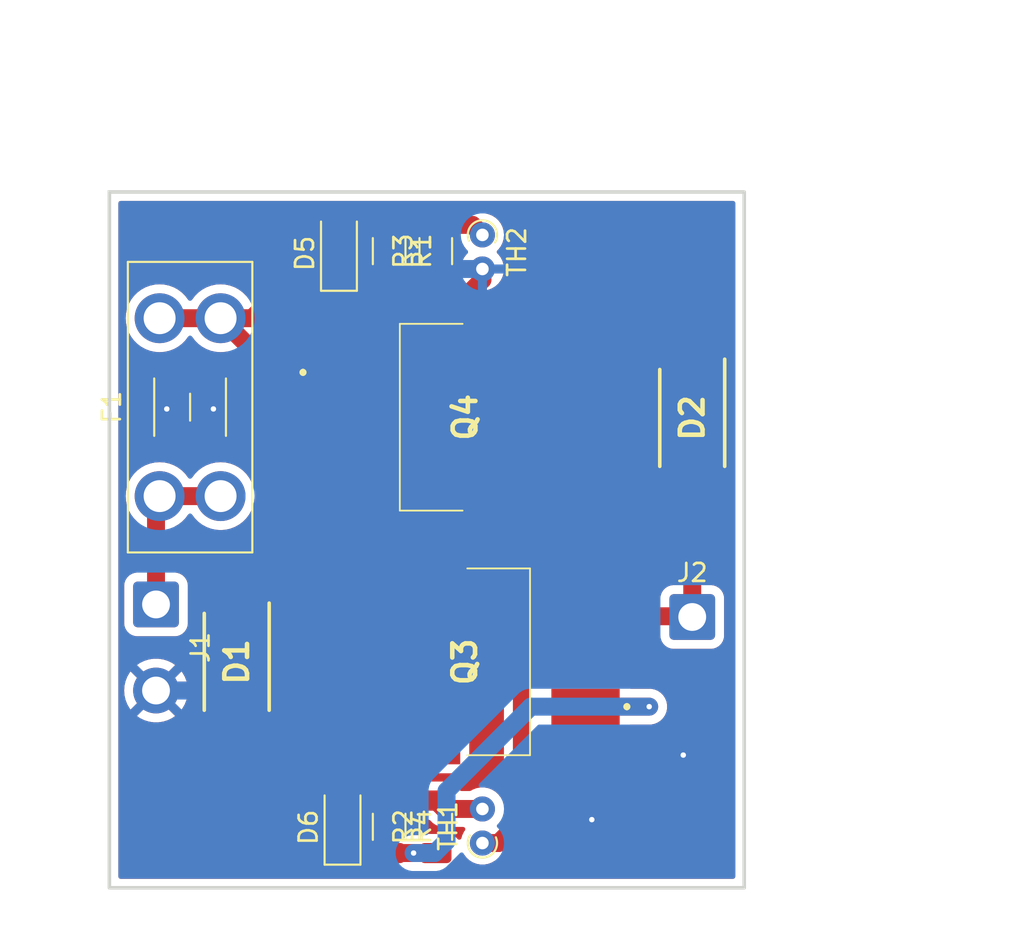
<source format=kicad_pcb>
(kicad_pcb (version 20240108) (generator "pcbnew") (generator_version "8.0")
  (title_block (date "2024-05-03") (rev "V1.0") (comment 1 "Author: Emiel V"))
  (layers (0 "F.Cu" signal) (31 "B.Cu" signal) (34 "B.Paste" user) (35 "F.Paste" user) (36 "B.SilkS" user "B.Silkscreen") (37 "F.SilkS" user "F.Silkscreen") (38 "B.Mask" user) (39 "F.Mask" user) (44 "Edge.Cuts" user))
  (net 0 "")
  (net 1 "6VAC")
  (net 2 "Net-(D2-K)")
  (net 3 "Earth")
  (net 4 "Net-(D5-A)")
  (net 5 "Net-(D6-A)")
  (net 6 "Net-(J1-Pin_1)")
  (net 7 "Net-(Q3-Pad1)")
  (net 8 "Net-(Q4-Pad1)")
  (net 9 "Net-(R2-Pad2)")
  (net 10 "Net-(R3-Pad2)")
  (net 11 "Net-(D1-K)")
  (footprint "Resistor_SMD:R_1206_3216Metric" (layer "F.Cu") (at 119 85.9 -90)
    (property "Reference" "R1" (at 0 -1.82 90) (layer "F.SilkS"))
    (property "Value" "120")
    (fp_line (start -0.727064 0.91) (end 0.727064 0.91) (stroke (width 0.12)) (layer "F.SilkS"))
    (fp_line (start -0.727064 -0.91) (end 0.727064 -0.91) (stroke (width 0.12)) (layer "F.SilkS"))
    (pad "1" smd roundrect (at -1.4625 0 270) (size 1.125 1.75) (layers "F.Cu" "F.Paste" "F.Mask") (roundrect_rratio 0.222222) (net 4 "Net-(D5-A)"))
    (pad "2" smd roundrect (at 1.4625 0 270) (size 1.125 1.75) (layers "F.Cu" "F.Paste" "F.Mask") (roundrect_rratio 0.222222) (net 8 "Net-(Q4-Pad1)"))
  )
  (footprint "Resistor_SMD:R_1206_3216Metric" (layer "F.Cu") (at 121.6 85.9 90)
    (property "Reference" "R3" (at 0 -1.82 -90) (layer "F.SilkS"))
    (property "Value" "1K")
    (fp_line (start -0.727064 -0.91) (end 0.727064 -0.91) (stroke (width 0.12)) (layer "F.SilkS"))
    (fp_line (start -0.727064 0.91) (end 0.727064 0.91) (stroke (width 0.12)) (layer "F.SilkS"))
    (pad "1" smd roundrect (at -1.4625 0 90) (size 1.125 1.75) (layers "F.Cu" "F.Paste" "F.Mask") (roundrect_rratio 0.222222) (net 8 "Net-(Q4-Pad1)"))
    (pad "2" smd roundrect (at 1.4625 0 90) (size 1.125 1.75) (layers "F.Cu" "F.Paste" "F.Mask") (roundrect_rratio 0.222222) (net 10 "Net-(R3-Pad2)"))
  )
  (footprint "Resistor_THT:R_Axial_DIN0204_L3.6mm_D1.6mm_P1.90mm_Vertical" (layer "F.Cu") (at 124.2 84.995 -90)
    (property "Reference" "TH2" (at 0.95 -1.92 90) (layer "F.SilkS"))
    (property "Value" "NC20KC0470KBA ")
    (fp_arc (start 0.320095 0.749359) (mid -0.813042 -0.054435) (end 0.417133 -0.7) (stroke (width 0.12)) (layer "F.SilkS"))
    (pad "1" thru_hole circle (at 0 0 270) (size 1.4 1.4) (drill 0.7) (layers "*.Cu" "*.Mask") (net 10 "Net-(R3-Pad2)"))
    (pad "2" thru_hole oval (at 1.9 0 270) (size 1.4 1.4) (drill 0.7) (layers "*.Cu" "*.Mask") (net 3 "Earth"))
  )
  (footprint "Connector_Wire:SolderWire-0.75sqmm_1x01_D1.25mm_OD2.3mm" (layer "F.Cu") (at 135.9 106.3)
    (property "Reference" "J2" (at 0 -2.47 0) (layer "F.SilkS"))
    (property "Value" "Conn_01x01_Socket")
    (pad "1" thru_hole roundrect (at 0 0) (size 2.55 2.55) (drill 1.55) (layers "*.Cu" "*.Mask") (roundrect_rratio 0.098039) (net 1 "6VAC"))
  )
  (footprint "SamacSys:IRF2804STRLPBF" (layer "F.Cu") (at 121.25 95.16 -90)
    (property "Reference" "Q4" (at 0 -1.985 -90) (layer "F.SilkS") (effects (font (size 1.27 1.27) (thickness 0.254))))
    (property "Value" "IRLZ44NSTRLPBF" (hide yes))
    (fp_line (start -2.6 7.055) (end -2.6 7.055) (stroke (width 0.2)) (layer "F.SilkS"))
    (fp_line (start -2.4 7.055) (end -2.4 7.055) (stroke (width 0.2)) (layer "F.SilkS"))
    (fp_line (start -5.207 1.655) (end 5.207 1.655) (stroke (width 0.1)) (layer "F.SilkS"))
    (fp_line (start 5.207 1.655) (end 5.207 -1.845) (stroke (width 0.1)) (layer "F.SilkS"))
    (fp_line (start -5.207 -1.845) (end -5.207 1.655) (stroke (width 0.1)) (layer "F.SilkS"))
    (fp_arc (start -2.6 7.055) (mid -2.5 6.955) (end -2.4 7.055) (stroke (width 0.2)) (layer "F.SilkS"))
    (fp_arc (start -2.4 7.055) (mid -2.5 7.155) (end -2.6 7.055) (stroke (width 0.2)) (layer "F.SilkS"))
    (pad "1" smd rect (at -2.54 4.75 270) (size 2.08 3.81) (layers "F.Cu" "F.Paste" "F.Mask") (net 8 "Net-(Q4-Pad1)"))
    (pad "2" smd rect (at 0 -6.68) (size 8.89 11.43) (layers "F.Cu" "F.Paste" "F.Mask") (net 2 "Net-(D2-K)"))
    (pad "3" smd rect (at 2.54 4.75 270) (size 2.08 3.81) (layers "F.Cu" "F.Paste" "F.Mask") (net 3 "Earth"))
  )
  (footprint "Resistor_SMD:R_1206_3216Metric" (layer "F.Cu") (at 121.6 118 90)
    (property "Reference" "R2" (at 0 -1.82 -90) (layer "F.SilkS"))
    (property "Value" "1K")
    (fp_line (start -0.727064 -0.91) (end 0.727064 -0.91) (stroke (width 0.12)) (layer "F.SilkS"))
    (fp_line (start -0.727064 0.91) (end 0.727064 0.91) (stroke (width 0.12)) (layer "F.SilkS"))
    (pad "1" smd roundrect (at -1.4625 0 90) (size 1.125 1.75) (layers "F.Cu" "F.Paste" "F.Mask") (roundrect_rratio 0.222222) (net 7 "Net-(Q3-Pad1)"))
    (pad "2" smd roundrect (at 1.4625 0 90) (size 1.125 1.75) (layers "F.Cu" "F.Paste" "F.Mask") (roundrect_rratio 0.222222) (net 9 "Net-(R2-Pad2)"))
  )
  (footprint "Connector_Wire:SolderWire-0.75sqmm_1x02_P4.8mm_D1.25mm_OD2.3mm" (layer "F.Cu") (at 106 105.6 -90)
    (property "Reference" "J1" (at 2.4 -2.47 90) (layer "F.SilkS"))
    (property "Value" "Conn_01x02_Socket")
    (pad "1" thru_hole roundrect (at 0 0 270) (size 2.55 2.55) (drill 1.55) (layers "*.Cu" "*.Mask") (roundrect_rratio 0.098039) (net 6 "Net-(J1-Pin_1)"))
    (pad "2" thru_hole circle (at 4.8 0 270) (size 2.55 2.55) (drill 1.55) (layers "*.Cu" "*.Mask") (net 3 "Earth"))
  )
  (footprint "SamacSys:DIOM5436X244N" (layer "F.Cu") (at 135.9 95.2 -90)
    (property "Reference" "D2" (at 0 0 -90) (layer "F.SilkS") (effects (font (size 1.27 1.27) (thickness 0.254))))
    (property "Value" "VS-3EGH06-M3_5BT" (hide yes))
    (fp_line (start -2.7 1.81) (end 2.7 1.81) (stroke (width 0.2)) (layer "F.SilkS"))
    (fp_line (start 2.7 -1.81) (end -3.275 -1.81) (stroke (width 0.2)) (layer "F.SilkS"))
    (pad "1" smd rect (at -2.2 0) (size 2.15 2.2) (layers "F.Cu" "F.Paste" "F.Mask") (net 2 "Net-(D2-K)"))
    (pad "2" smd rect (at 2.2 0) (size 2.15 2.2) (layers "F.Cu" "F.Paste" "F.Mask") (net 1 "6VAC"))
  )
  (footprint "Resistor_THT:R_Axial_DIN0204_L3.6mm_D1.6mm_P1.90mm_Vertical" (layer "F.Cu") (at 124.2 118.905 90)
    (property "Reference" "TH1" (at 0.95 -1.92 -90) (layer "F.SilkS"))
    (property "Value" "NC20KC0470KBA ")
    (fp_arc (start 0.320095 0.749359) (mid -0.813042 -0.054435) (end 0.417133 -0.7) (stroke (width 0.12)) (layer "F.SilkS"))
    (pad "1" thru_hole circle (at 0 0 90) (size 1.4 1.4) (drill 0.7) (layers "*.Cu" "*.Mask") (net 1 "6VAC"))
    (pad "2" thru_hole oval (at 1.9 0 90) (size 1.4 1.4) (drill 0.7) (layers "*.Cu" "*.Mask") (net 9 "Net-(R2-Pad2)"))
  )
  (footprint "Resistor_SMD:R_1206_3216Metric" (layer "F.Cu") (at 119 118 -90)
    (property "Reference" "R4" (at 0 -1.82 90) (layer "F.SilkS"))
    (property "Value" "120")
    (fp_line (start -0.727064 0.91) (end 0.727064 0.91) (stroke (width 0.12)) (layer "F.SilkS"))
    (fp_line (start -0.727064 -0.91) (end 0.727064 -0.91) (stroke (width 0.12)) (layer "F.SilkS"))
    (pad "1" smd roundrect (at -1.4625 0 270) (size 1.125 1.75) (layers "F.Cu" "F.Paste" "F.Mask") (roundrect_rratio 0.222222) (net 5 "Net-(D6-A)"))
    (pad "2" smd roundrect (at 1.4625 0 270) (size 1.125 1.75) (layers "F.Cu" "F.Paste" "F.Mask") (roundrect_rratio 0.222222) (net 7 "Net-(Q3-Pad1)"))
  )
  (footprint "SamacSys:DIOM5436X244N" (layer "F.Cu") (at 110.5 108.8 -90)
    (property "Reference" "D1" (at 0 0 -90) (layer "F.SilkS") (effects (font (size 1.27 1.27) (thickness 0.254))))
    (property "Value" "VS-3EGH06-M3_5BT" (hide yes))
    (fp_line (start -2.7 1.81) (end 2.7 1.81) (stroke (width 0.2)) (layer "F.SilkS"))
    (fp_line (start 2.7 -1.81) (end -3.275 -1.81) (stroke (width 0.2)) (layer "F.SilkS"))
    (pad "1" smd rect (at -2.2 0) (size 2.15 2.2) (layers "F.Cu" "F.Paste" "F.Mask") (net 11 "Net-(D1-K)"))
    (pad "2" smd rect (at 2.2 0) (size 2.15 2.2) (layers "F.Cu" "F.Paste" "F.Mask") (net 3 "Earth"))
  )
  (footprint "Fuse:Fuseholder_Blade_Mini_Keystone_3568" (layer "F.Cu") (at 106.2 99.56 90)
    (property "Reference" "F1" (at 4.96 -2.67 -90) (layer "F.SilkS"))
    (property "Value" "Fuse")
    (fp_line (start 13.06 -1.77) (end -3.14 -1.77) (stroke (width 0.12)) (layer "F.SilkS"))
    (fp_line (start -3.14 -1.77) (end -3.14 5.17) (stroke (width 0.12)) (layer "F.SilkS"))
    (fp_line (start 3.36 -0.3) (end 6.56 -0.3) (stroke (width 0.12)) (layer "F.SilkS"))
    (fp_line (start 4.21 1.7) (end 5.71 1.7) (stroke (width 0.12)) (layer "F.SilkS"))
    (fp_line (start 6.56 3.7) (end 3.36 3.7) (stroke (width 0.12)) (layer "F.SilkS"))
    (fp_line (start 13.06 5.17) (end 13.06 -1.77) (stroke (width 0.12)) (layer "F.SilkS"))
    (fp_line (start -3.14 5.17) (end 13.06 5.17) (stroke (width 0.12)) (layer "F.SilkS"))
    (pad "1" thru_hole circle (at 0 0 90) (size 2.78 2.78) (drill 1.78) (layers "*.Cu" "*.Mask") (net 6 "Net-(J1-Pin_1)"))
    (pad "1" thru_hole circle (at 0 3.4 90) (size 2.78 2.78) (drill 1.78) (layers "*.Cu" "*.Mask") (net 6 "Net-(J1-Pin_1)"))
    (pad "2" thru_hole circle (at 9.92 0 90) (size 2.78 2.78) (drill 1.78) (layers "*.Cu" "*.Mask") (net 1 "6VAC"))
    (pad "2" thru_hole circle (at 9.92 3.4 90) (size 2.78 2.78) (drill 1.78) (layers "*.Cu" "*.Mask") (net 1 "6VAC"))
  )
  (footprint "Diode_SMD:D_SOD-123F" (layer "F.Cu") (at 116.4 117.9 90)
    (property "Reference" "D6" (at -0.127 -1.905 -90) (layer "F.SilkS"))
    (property "Value" "BZT52C3V6-TP")
    (fp_line (start -2.21 -1) (end 1.65 -1) (stroke (width 0.12)) (layer "F.SilkS"))
    (fp_line (start -2.21 -1) (end -2.21 1) (stroke (width 0.12)) (layer "F.SilkS"))
    (fp_line (start -2.21 1) (end 1.65 1) (stroke (width 0.12)) (layer "F.SilkS"))
    (pad "1" smd roundrect (at -1.4 0 90) (size 1.1 1.1) (layers "F.Cu" "F.Paste" "F.Mask") (roundrect_rratio 0.2272727273) (net 3 "Earth"))
    (pad "2" smd roundrect (at 1.4 0 90) (size 1.1 1.1) (layers "F.Cu" "F.Paste" "F.Mask") (roundrect_rratio 0.2272727273) (net 5 "Net-(D6-A)"))
  )
  (footprint "SamacSys:IRF2804STRLPBF" (layer "F.Cu") (at 125.2 108.8 90)
    (property "Reference" "Q3" (at 0 -1.985 90) (layer "F.SilkS") (effects (font (size 1.27 1.27) (thickness 0.254))))
    (property "Value" "IRLZ44NSTRLPBF" (hide yes))
    (fp_line (start -5.207 -1.845) (end -5.207 1.655) (stroke (width 0.1)) (layer "F.SilkS"))
    (fp_line (start 5.207 1.655) (end 5.207 -1.845) (stroke (width 0.1)) (layer "F.SilkS"))
    (fp_line (start -5.207 1.655) (end 5.207 1.655) (stroke (width 0.1)) (layer "F.SilkS"))
    (fp_line (start -2.4 7.055) (end -2.4 7.055) (stroke (width 0.2)) (layer "F.SilkS"))
    (fp_line (start -2.6 7.055) (end -2.6 7.055) (stroke (width 0.2)) (layer "F.SilkS"))
    (fp_arc (start -2.4 7.055) (mid -2.5 7.155) (end -2.6 7.055) (stroke (width 0.2)) (layer "F.SilkS"))
    (fp_arc (start -2.6 7.055) (mid -2.5 6.955) (end -2.4 7.055) (stroke (width 0.2)) (layer "F.SilkS"))
    (pad "1" smd rect (at -2.54 4.75 90) (size 2.08 3.81) (layers "F.Cu" "F.Paste" "F.Mask") (net 7 "Net-(Q3-Pad1)"))
    (pad "2" smd rect (at 0 -6.68 180) (size 8.89 11.43) (layers "F.Cu" "F.Paste" "F.Mask") (net 11 "Net-(D1-K)"))
    (pad "3" smd rect (at 2.54 4.75 90) (size 2.08 3.81) (layers "F.Cu" "F.Paste" "F.Mask") (net 1 "6VAC"))
  )
  (footprint "Diode_SMD:D_SOD-123F" (layer "F.Cu") (at 116.2 85.9 90)
    (property "Reference" "D5" (at -0.127 -1.905 -90) (layer "F.SilkS"))
    (property "Value" "BZT52C3V6-TP")
    (fp_line (start -2.21 -1) (end 1.65 -1) (stroke (width 0.12)) (layer "F.SilkS"))
    (fp_line (start -2.21 -1) (end -2.21 1) (stroke (width 0.12)) (layer "F.SilkS"))
    (fp_line (start -2.21 1) (end 1.65 1) (stroke (width 0.12)) (layer "F.SilkS"))
    (pad "1" smd roundrect (at -1.4 0 90) (size 1.1 1.1) (layers "F.Cu" "F.Paste" "F.Mask") (roundrect_rratio 0.2272727273) (net 1 "6VAC"))
    (pad "2" smd roundrect (at 1.4 0 90) (size 1.1 1.1) (layers "F.Cu" "F.Paste" "F.Mask") (roundrect_rratio 0.2272727273) (net 4 "Net-(D5-A)"))
  )
  (gr_rect (start 103.4 82.6) (end 138.8 121.4) (stroke (width 0.2)) (fill none) (layer "Edge.Cuts"))
  (segment (start 111.36 89.64) (end 113.7 87.3) (width 1) (layer "F.Cu") (net 1))
  (segment (start 112.6 99.2) (end 112.6 92.64) (width 1) (layer "F.Cu") (net 1))
  (segment (start 124.2 118.905) (end 125.095 118.905) (width 1) (layer "F.Cu") (net 1))
  (segment (start 135.9 97.4) (end 135.9 106.3) (width 1) (layer "F.Cu") (net 1))
  (segment (start 126.4 107.4) (end 126.4 105.3) (width 1) (layer "F.Cu") (net 1))
  (segment (start 127.54 106.26) (end 129.95 106.26) (width 1) (layer "F.Cu") (net 1))
  (segment (start 112.6 92.64) (end 109.6 89.64) (width 1) (layer "F.Cu") (net 1))
  (segment (start 125.095 118.905) (end 126.4 117.6) (width 1) (layer "F.Cu") (net 1))
  (segment (start 121.9 100.8) (end 114.2 100.8) (width 1) (layer "F.Cu") (net 1))
  (segment (start 126.4 105.3) (end 121.9 100.8) (width 1) (layer "F.Cu") (net 1))
  (segment (start 129.95 106.26) (end 135.86 106.26) (width 1) (layer "F.Cu") (net 1))
  (segment (start 114.2 100.8) (end 112.6 99.2) (width 1) (layer "F.Cu") (net 1))
  (segment (start 113.7 87.3) (end 116.2 87.3) (width 1) (layer "F.Cu") (net 1))
  (segment (start 135.86 106.26) (end 135.9 106.3) (width 1) (layer "F.Cu") (net 1))
  (segment (start 106.2 89.64) (end 111.36 89.64) (width 1) (layer "F.Cu") (net 1))
  (segment (start 126.4 107.4) (end 127.54 106.26) (width 1) (layer "F.Cu") (net 1))
  (segment (start 126.4 117.6) (end 126.4 107.4) (width 1) (layer "F.Cu") (net 1))
  (segment (start 130.09 93) (end 127.93 95.16) (width 1) (layer "F.Cu") (net 2))
  (segment (start 135.9 93) (end 130.09 93) (width 1) (layer "F.Cu") (net 2))
  (segment (start 124.2 87.5) (end 124.2 86.895) (width 1) (layer "F.Cu") (net 3))
  (segment (start 114.2 119.3) (end 110.5 115.6) (width 1) (layer "F.Cu") (net 3))
  (segment (start 120.1 95) (end 120.1 91.6) (width 1) (layer "F.Cu") (net 3))
  (segment (start 110.5 115.6) (end 110.5 111) (width 1) (layer "F.Cu") (net 3))
  (segment (start 116.5 97.7) (end 116.5 96.5) (width 1) (layer "F.Cu") (net 3))
  (segment (start 109.9 110.4) (end 110.5 111) (width 1) (layer "F.Cu") (net 3))
  (segment (start 116.4 119.3) (end 114.2 119.3) (width 1) (layer "F.Cu") (net 3))
  (segment (start 120.1 91.6) (end 124.2 87.5) (width 1) (layer "F.Cu") (net 3))
  (segment (start 119.5 95.6) (end 120.1 95) (width 1) (layer "F.Cu") (net 3))
  (segment (start 116.5 96.5) (end 117.4 95.6) (width 1) (layer "F.Cu") (net 3))
  (segment (start 117.4 95.6) (end 119.5 95.6) (width 1) (layer "F.Cu") (net 3))
  (segment (start 106 110.4) (end 109.9 110.4) (width 1) (layer "F.Cu") (net 3))
  (via (at 109.2 94.7) (size 0.6) (drill 0.3) (layers "F.Cu" "B.Cu") (net 3))
  (via (at 135.4 114) (size 0.6) (drill 0.3) (layers "F.Cu" "B.Cu") (net 3))
  (via (at 106.6 94.7) (size 0.6) (drill 0.3) (layers "F.Cu" "B.Cu") (net 3))
  (via (at 130.3 117.6) (size 0.6) (drill 0.3) (layers "F.Cu" "B.Cu") (net 3))
  (segment (start 112.5 89.1) (end 114.705 86.895) (width 1) (layer "B.Cu") (net 3))
  (segment (start 110.6 110.4) (end 112.5 108.5) (width 1) (layer "B.Cu") (net 3))
  (segment (start 112.5 108.5) (end 112.5 89.1) (width 1) (layer "B.Cu") (net 3))
  (segment (start 114.705 86.895) (end 124.2 86.895) (width 1) (layer "B.Cu") (net 3))
  (segment (start 106 110.4) (end 110.6 110.4) (width 1) (layer "B.Cu") (net 3))
  (segment (start 118.9375 84.5) (end 119 84.4375) (width 1) (layer "F.Cu") (net 4))
  (segment (start 116.2 84.5) (end 118.9375 84.5) (width 1) (layer "F.Cu") (net 4))
  (segment (start 116.4375 116.5375) (end 116.4 116.5) (width 1) (layer "F.Cu") (net 5))
  (segment (start 119 116.5375) (end 116.4375 116.5375) (width 1) (layer "F.Cu") (net 5))
  (segment (start 106 105.6) (end 106 99.76) (width 1) (layer "F.Cu") (net 6))
  (segment (start 109.6 99.56) (end 106.2 99.56) (width 1) (layer "F.Cu") (net 6))
  (segment (start 106 99.76) (end 106.2 99.56) (width 1) (layer "F.Cu") (net 6))
  (segment (start 120.3625 119.4625) (end 119 119.4625) (width 1) (layer "F.Cu") (net 7))
  (segment (start 120.3625 119.4625) (end 121.6 119.4625) (width 1) (layer "F.Cu") (net 7))
  (segment (start 133.5 111.3) (end 129.99 111.3) (width 1) (layer "F.Cu") (net 7))
  (segment (start 129.99 111.3) (end 129.95 111.34) (width 1) (layer "F.Cu") (net 7))
  (via (at 120.3625 119.4625) (size 0.6) (drill 0.3) (layers "F.Cu" "B.Cu") (net 7))
  (via (at 133.5 111.3) (size 0.6) (drill 0.3) (layers "F.Cu" "B.Cu") (net 7))
  (segment (start 126.9 111.3) (end 133.5 111.3) (width 1) (layer "B.Cu") (net 7))
  (segment (start 122.2 116) (end 126.9 111.3) (width 1) (layer "B.Cu") (net 7))
  (segment (start 121.5375 119.4625) (end 122.2 118.8) (width 1) (layer "B.Cu") (net 7))
  (segment (start 120.3625 119.4625) (end 121.5375 119.4625) (width 1) (layer "B.Cu") (net 7))
  (segment (start 122.2 118.8) (end 122.2 116) (width 1) (layer "B.Cu") (net 7))
  (segment (start 116.5 89.8625) (end 119 87.3625) (width 1) (layer "F.Cu") (net 8))
  (segment (start 116.5 92.62) (end 116.5 89.8625) (width 1) (layer "F.Cu") (net 8))
  (segment (start 121.6 87.3625) (end 119 87.3625) (width 1) (layer "F.Cu") (net 8))
  (segment (start 122.0675 117.005) (end 121.6 116.5375) (width 1) (layer "F.Cu") (net 9))
  (segment (start 124.2 117.005) (end 122.0675 117.005) (width 1) (layer "F.Cu") (net 9))
  (segment (start 121.6 84.4375) (end 123.6425 84.4375) (width 1) (layer "F.Cu") (net 10))
  (segment (start 123.6425 84.4375) (end 124.2 84.995) (width 1) (layer "F.Cu") (net 10))
  (segment (start 110.5 106.6) (end 116.32 106.6) (width 1) (layer "F.Cu") (net 11))
  (segment (start 116.32 106.6) (end 118.52 108.8) (width 1) (layer "F.Cu") (net 11))
  (zone (net 3) (net_name "Earth") (layers "F&B.Cu") (connect_pads (clearance 0.5)) (min_thickness 0.25) (fill yes (thermal_gap 0.5) (thermal_bridge_width 0.5))
    (polygon (pts (xy 97.3 79.6) (xy 149.1 79.6) (xy 149.1 124) (xy 97.3 124.1)))
  )
)
</source>
